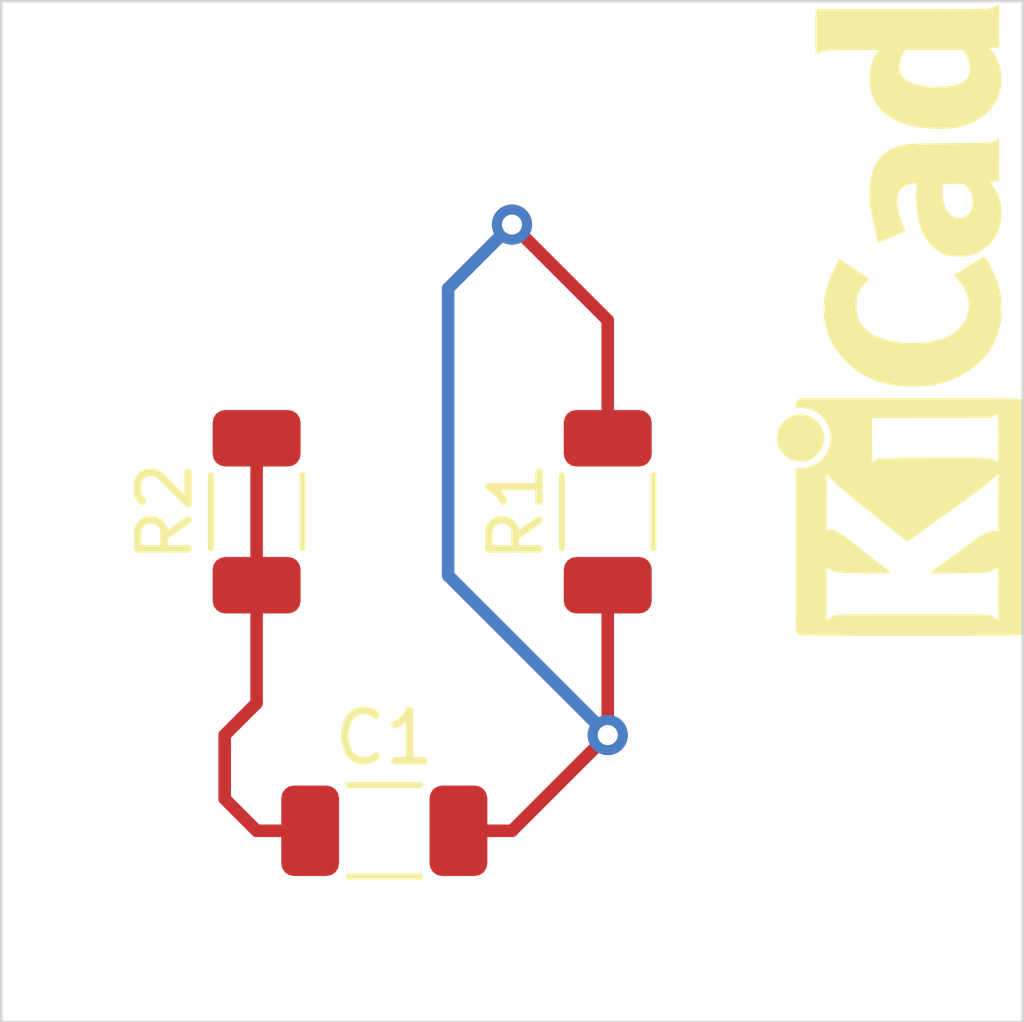
<source format=kicad_pcb>
(kicad_pcb (version 20171130) (host pcbnew 5.1.5)

  (general
    (thickness 1.6)
    (drawings 6)
    (tracks 16)
    (zones 0)
    (modules 4)
    (nets 3)
  )

  (page A4)
  (title_block
    (title default)
    (date 2020-11-20)
    (rev v1)
    (company balena)
  )

  (layers
    (0 F.Cu signal)
    (31 B.Cu signal)
    (32 B.Adhes user)
    (33 F.Adhes user)
    (34 B.Paste user)
    (35 F.Paste user)
    (36 B.SilkS user)
    (37 F.SilkS user)
    (38 B.Mask user)
    (39 F.Mask user)
    (40 Dwgs.User user hide)
    (41 Cmts.User user hide)
    (42 Eco1.User user hide)
    (43 Eco2.User user hide)
    (44 Edge.Cuts user)
    (45 Margin user)
    (46 B.CrtYd user)
    (47 F.CrtYd user)
    (48 B.Fab user)
    (49 F.Fab user)
  )

  (setup
    (last_trace_width 0.25)
    (trace_clearance 0.2)
    (zone_clearance 0.508)
    (zone_45_only no)
    (trace_min 0.2)
    (via_size 0.8)
    (via_drill 0.4)
    (via_min_size 0.4)
    (via_min_drill 0.3)
    (uvia_size 0.3)
    (uvia_drill 0.1)
    (uvias_allowed no)
    (uvia_min_size 0.2)
    (uvia_min_drill 0.1)
    (edge_width 0.05)
    (segment_width 0.2)
    (pcb_text_width 0.3)
    (pcb_text_size 1.5 1.5)
    (mod_edge_width 0.12)
    (mod_text_size 1 1)
    (mod_text_width 0.15)
    (pad_size 1.524 1.524)
    (pad_drill 0.762)
    (pad_to_mask_clearance 0.051)
    (solder_mask_min_width 0.25)
    (aux_axis_origin 0 0)
    (visible_elements FFFFFF7F)
    (pcbplotparams
      (layerselection 0x010fc_ffffffff)
      (usegerberextensions false)
      (usegerberattributes false)
      (usegerberadvancedattributes false)
      (creategerberjobfile false)
      (excludeedgelayer true)
      (linewidth 0.100000)
      (plotframeref false)
      (viasonmask false)
      (mode 1)
      (useauxorigin false)
      (hpglpennumber 1)
      (hpglpenspeed 20)
      (hpglpendiameter 15.000000)
      (psnegative false)
      (psa4output false)
      (plotreference true)
      (plotvalue true)
      (plotinvisibletext false)
      (padsonsilk false)
      (subtractmaskfromsilk false)
      (outputformat 1)
      (mirror false)
      (drillshape 1)
      (scaleselection 1)
      (outputdirectory ""))
  )

  (net 0 "")
  (net 1 "Net-(C1-Pad2)")
  (net 2 "Net-(C1-Pad1)")

  (net_class Default "This is the default net class."
    (clearance 0.2)
    (trace_width 0.25)
    (via_dia 0.8)
    (via_drill 0.4)
    (uvia_dia 0.3)
    (uvia_drill 0.1)
    (add_net "Net-(C1-Pad1)")
    (add_net "Net-(C1-Pad2)")
  )

  (module Capacitor_SMD:C_1206_3216Metric (layer F.Cu) (tedit 5F68FEEE) (tstamp 5FA4B929)
    (at 127 105.41)
    (descr "Capacitor SMD 1206 (3216 Metric), square (rectangular) end terminal, IPC_7351 nominal, (Body size source: IPC-SM-782 page 76, https://www.pcb-3d.com/wordpress/wp-content/uploads/ipc-sm-782a_amendment_1_and_2.pdf), generated with kicad-footprint-generator")
    (tags capacitor)
    (path /5FA45E53)
    (attr smd)
    (fp_text reference C1 (at 0 -1.85) (layer F.SilkS)
      (effects (font (size 1 1) (thickness 0.15)))
    )
    (fp_text value C (at 0 1.85) (layer F.Fab)
      (effects (font (size 1 1) (thickness 0.15)))
    )
    (fp_text user %R (at 0 0) (layer F.Fab)
      (effects (font (size 0.8 0.8) (thickness 0.12)))
    )
    (fp_line (start 2.3 1.15) (end -2.3 1.15) (layer F.CrtYd) (width 0.05))
    (fp_line (start 2.3 -1.15) (end 2.3 1.15) (layer F.CrtYd) (width 0.05))
    (fp_line (start -2.3 -1.15) (end 2.3 -1.15) (layer F.CrtYd) (width 0.05))
    (fp_line (start -2.3 1.15) (end -2.3 -1.15) (layer F.CrtYd) (width 0.05))
    (fp_line (start -0.711252 0.91) (end 0.711252 0.91) (layer F.SilkS) (width 0.12))
    (fp_line (start -0.711252 -0.91) (end 0.711252 -0.91) (layer F.SilkS) (width 0.12))
    (fp_line (start 1.6 0.8) (end -1.6 0.8) (layer F.Fab) (width 0.1))
    (fp_line (start 1.6 -0.8) (end 1.6 0.8) (layer F.Fab) (width 0.1))
    (fp_line (start -1.6 -0.8) (end 1.6 -0.8) (layer F.Fab) (width 0.1))
    (fp_line (start -1.6 0.8) (end -1.6 -0.8) (layer F.Fab) (width 0.1))
    (pad 2 smd roundrect (at 1.475 0) (size 1.15 1.8) (layers F.Cu F.Paste F.Mask) (roundrect_rratio 0.217391)
      (net 1 "Net-(C1-Pad2)"))
    (pad 1 smd roundrect (at -1.475 0) (size 1.15 1.8) (layers F.Cu F.Paste F.Mask) (roundrect_rratio 0.217391)
      (net 2 "Net-(C1-Pad1)"))
    (model ${KISYS3DMOD}/Capacitor_SMD.3dshapes/C_1206_3216Metric.wrl
      (at (xyz 0 0 0))
      (scale (xyz 1 1 1))
      (rotate (xyz 0 0 0))
    )
  )

  (module Resistor_SMD:R_1206_3216Metric (layer F.Cu) (tedit 5F68FEEE) (tstamp 5FA4419A)
    (at 124.46 99.06 90)
    (descr "Resistor SMD 1206 (3216 Metric), square (rectangular) end terminal, IPC_7351 nominal, (Body size source: IPC-SM-782 page 72, https://www.pcb-3d.com/wordpress/wp-content/uploads/ipc-sm-782a_amendment_1_and_2.pdf), generated with kicad-footprint-generator")
    (tags resistor)
    (path /5FA43E0A)
    (attr smd)
    (fp_text reference R2 (at 0 -1.82 90) (layer F.SilkS)
      (effects (font (size 1 1) (thickness 0.15)))
    )
    (fp_text value 100 (at 0 1.82 90) (layer F.Fab)
      (effects (font (size 1 1) (thickness 0.15)))
    )
    (fp_text user %R (at 0 0 90) (layer F.Fab)
      (effects (font (size 0.8 0.8) (thickness 0.12)))
    )
    (fp_line (start 2.28 1.12) (end -2.28 1.12) (layer F.CrtYd) (width 0.05))
    (fp_line (start 2.28 -1.12) (end 2.28 1.12) (layer F.CrtYd) (width 0.05))
    (fp_line (start -2.28 -1.12) (end 2.28 -1.12) (layer F.CrtYd) (width 0.05))
    (fp_line (start -2.28 1.12) (end -2.28 -1.12) (layer F.CrtYd) (width 0.05))
    (fp_line (start -0.727064 0.91) (end 0.727064 0.91) (layer F.SilkS) (width 0.12))
    (fp_line (start -0.727064 -0.91) (end 0.727064 -0.91) (layer F.SilkS) (width 0.12))
    (fp_line (start 1.6 0.8) (end -1.6 0.8) (layer F.Fab) (width 0.1))
    (fp_line (start 1.6 -0.8) (end 1.6 0.8) (layer F.Fab) (width 0.1))
    (fp_line (start -1.6 -0.8) (end 1.6 -0.8) (layer F.Fab) (width 0.1))
    (fp_line (start -1.6 0.8) (end -1.6 -0.8) (layer F.Fab) (width 0.1))
    (pad 2 smd roundrect (at 1.4625 0 90) (size 1.125 1.75) (layers F.Cu F.Paste F.Mask) (roundrect_rratio 0.222222)
      (net 2 "Net-(C1-Pad1)"))
    (pad 1 smd roundrect (at -1.4625 0 90) (size 1.125 1.75) (layers F.Cu F.Paste F.Mask) (roundrect_rratio 0.222222)
      (net 2 "Net-(C1-Pad1)"))
    (model ${KISYS3DMOD}/Resistor_SMD.3dshapes/R_1206_3216Metric.wrl
      (at (xyz 0 0 0))
      (scale (xyz 1 1 1))
      (rotate (xyz 0 0 0))
    )
  )

  (module Resistor_SMD:R_1206_3216Metric (layer F.Cu) (tedit 5F68FEEE) (tstamp 5F934D93)
    (at 131.445 99.06 90)
    (descr "Resistor SMD 1206 (3216 Metric), square (rectangular) end terminal, IPC_7351 nominal, (Body size source: IPC-SM-782 page 72, https://www.pcb-3d.com/wordpress/wp-content/uploads/ipc-sm-782a_amendment_1_and_2.pdf), generated with kicad-footprint-generator")
    (tags resistor)
    (path /5F92FCC2)
    (attr smd)
    (fp_text reference R1 (at 0 -1.82 90) (layer F.SilkS)
      (effects (font (size 1 1) (thickness 0.15)))
    )
    (fp_text value 100 (at 0 1.82 90) (layer F.Fab)
      (effects (font (size 1 1) (thickness 0.15)))
    )
    (fp_text user %R (at 0 0 90) (layer F.Fab)
      (effects (font (size 0.8 0.8) (thickness 0.12)))
    )
    (fp_line (start 2.28 1.12) (end -2.28 1.12) (layer F.CrtYd) (width 0.05))
    (fp_line (start 2.28 -1.12) (end 2.28 1.12) (layer F.CrtYd) (width 0.05))
    (fp_line (start -2.28 -1.12) (end 2.28 -1.12) (layer F.CrtYd) (width 0.05))
    (fp_line (start -2.28 1.12) (end -2.28 -1.12) (layer F.CrtYd) (width 0.05))
    (fp_line (start -0.727064 0.91) (end 0.727064 0.91) (layer F.SilkS) (width 0.12))
    (fp_line (start -0.727064 -0.91) (end 0.727064 -0.91) (layer F.SilkS) (width 0.12))
    (fp_line (start 1.6 0.8) (end -1.6 0.8) (layer F.Fab) (width 0.1))
    (fp_line (start 1.6 -0.8) (end 1.6 0.8) (layer F.Fab) (width 0.1))
    (fp_line (start -1.6 -0.8) (end 1.6 -0.8) (layer F.Fab) (width 0.1))
    (fp_line (start -1.6 0.8) (end -1.6 -0.8) (layer F.Fab) (width 0.1))
    (pad 2 smd roundrect (at 1.4625 0 90) (size 1.125 1.75) (layers F.Cu F.Paste F.Mask) (roundrect_rratio 0.222222)
      (net 1 "Net-(C1-Pad2)"))
    (pad 1 smd roundrect (at -1.4625 0 90) (size 1.125 1.75) (layers F.Cu F.Paste F.Mask) (roundrect_rratio 0.222222)
      (net 1 "Net-(C1-Pad2)"))
    (model ${KISYS3DMOD}/Resistor_SMD.3dshapes/R_1206_3216Metric.wrl
      (at (xyz 0 0 0))
      (scale (xyz 1 1 1))
      (rotate (xyz 0 0 0))
    )
  )

  (module Symbol:KiCad-Logo_5mm_SilkScreen (layer F.Cu) (tedit 0) (tstamp 5FA4A07E)
    (at 137.795 95.25 90)
    (descr "KiCad Logo")
    (tags "Logo KiCad")
    (path /5FA45422)
    (attr virtual)
    (fp_text reference LOGO1 (at 0 -5.08 90) (layer F.SilkS) hide
      (effects (font (size 1 1) (thickness 0.15)))
    )
    (fp_text value Logo_Open_Hardware_Large (at 0 3.81 90) (layer F.Fab) hide
      (effects (font (size 1 1) (thickness 0.15)))
    )
    (fp_poly (pts (xy -2.273043 -2.973429) (xy -2.176768 -2.949191) (xy -2.090184 -2.906359) (xy -2.015373 -2.846581)
      (xy -1.954418 -2.771506) (xy -1.909399 -2.68278) (xy -1.883136 -2.58647) (xy -1.877286 -2.489205)
      (xy -1.89214 -2.395346) (xy -1.92584 -2.307489) (xy -1.976528 -2.22823) (xy -2.042345 -2.160164)
      (xy -2.121434 -2.105888) (xy -2.211934 -2.067998) (xy -2.2632 -2.055574) (xy -2.307698 -2.048053)
      (xy -2.341999 -2.045081) (xy -2.37496 -2.046906) (xy -2.415434 -2.053775) (xy -2.448531 -2.06075)
      (xy -2.541947 -2.092259) (xy -2.625619 -2.143383) (xy -2.697665 -2.212571) (xy -2.7562 -2.298272)
      (xy -2.770148 -2.325511) (xy -2.786586 -2.361878) (xy -2.796894 -2.392418) (xy -2.80246 -2.42455)
      (xy -2.804669 -2.465693) (xy -2.804948 -2.511778) (xy -2.800861 -2.596135) (xy -2.787446 -2.665414)
      (xy -2.762256 -2.726039) (xy -2.722846 -2.784433) (xy -2.684298 -2.828698) (xy -2.612406 -2.894516)
      (xy -2.537313 -2.939947) (xy -2.454562 -2.96715) (xy -2.376928 -2.977424) (xy -2.273043 -2.973429)) (layer F.SilkS) (width 0.01))
    (fp_poly (pts (xy 6.186507 -0.527755) (xy 6.186526 -0.293338) (xy 6.186552 -0.080397) (xy 6.186625 0.112168)
      (xy 6.186782 0.285459) (xy 6.187064 0.440576) (xy 6.187509 0.57862) (xy 6.188156 0.700692)
      (xy 6.189045 0.807894) (xy 6.190213 0.901326) (xy 6.191701 0.98209) (xy 6.193546 1.051286)
      (xy 6.195789 1.110015) (xy 6.198469 1.159379) (xy 6.201623 1.200478) (xy 6.205292 1.234413)
      (xy 6.209513 1.262286) (xy 6.214327 1.285198) (xy 6.219773 1.304249) (xy 6.225888 1.32054)
      (xy 6.232712 1.335173) (xy 6.240285 1.349249) (xy 6.248645 1.363868) (xy 6.253839 1.372974)
      (xy 6.288104 1.433689) (xy 5.429955 1.433689) (xy 5.429955 1.337733) (xy 5.429224 1.29437)
      (xy 5.427272 1.261205) (xy 5.424463 1.243424) (xy 5.423221 1.241778) (xy 5.411799 1.248662)
      (xy 5.389084 1.266505) (xy 5.366385 1.285879) (xy 5.3118 1.326614) (xy 5.242321 1.367617)
      (xy 5.16527 1.405123) (xy 5.087965 1.435364) (xy 5.057113 1.445012) (xy 4.988616 1.459578)
      (xy 4.905764 1.469539) (xy 4.816371 1.474583) (xy 4.728248 1.474396) (xy 4.649207 1.468666)
      (xy 4.611511 1.462858) (xy 4.473414 1.424797) (xy 4.346113 1.367073) (xy 4.230292 1.290211)
      (xy 4.126637 1.194739) (xy 4.035833 1.081179) (xy 3.969031 0.970381) (xy 3.914164 0.853625)
      (xy 3.872163 0.734276) (xy 3.842167 0.608283) (xy 3.823311 0.471594) (xy 3.814732 0.320158)
      (xy 3.814006 0.242711) (xy 3.8161 0.185934) (xy 4.645217 0.185934) (xy 4.645424 0.279002)
      (xy 4.648337 0.366692) (xy 4.654 0.443772) (xy 4.662455 0.505009) (xy 4.665038 0.51735)
      (xy 4.69684 0.624633) (xy 4.738498 0.711658) (xy 4.790363 0.778642) (xy 4.852781 0.825805)
      (xy 4.9261 0.853365) (xy 5.010669 0.861541) (xy 5.106835 0.850551) (xy 5.170311 0.834829)
      (xy 5.219454 0.816639) (xy 5.273583 0.790791) (xy 5.314244 0.767089) (xy 5.3848 0.720721)
      (xy 5.3848 -0.42947) (xy 5.317392 -0.473038) (xy 5.238867 -0.51396) (xy 5.154681 -0.540611)
      (xy 5.069557 -0.552535) (xy 4.988216 -0.549278) (xy 4.91538 -0.530385) (xy 4.883426 -0.514816)
      (xy 4.825501 -0.471819) (xy 4.776544 -0.415047) (xy 4.73539 -0.342425) (xy 4.700874 -0.251879)
      (xy 4.671833 -0.141334) (xy 4.670552 -0.135467) (xy 4.660381 -0.073212) (xy 4.652739 0.004594)
      (xy 4.64767 0.09272) (xy 4.645217 0.185934) (xy 3.8161 0.185934) (xy 3.821857 0.029895)
      (xy 3.843802 -0.165941) (xy 3.879786 -0.344668) (xy 3.929759 -0.506155) (xy 3.993668 -0.650274)
      (xy 4.071462 -0.776894) (xy 4.163089 -0.885885) (xy 4.268497 -0.977117) (xy 4.313662 -1.008068)
      (xy 4.414611 -1.064215) (xy 4.517901 -1.103826) (xy 4.627989 -1.127986) (xy 4.74933 -1.137781)
      (xy 4.841836 -1.136735) (xy 4.97149 -1.125769) (xy 5.084084 -1.103954) (xy 5.182875 -1.070286)
      (xy 5.271121 -1.023764) (xy 5.319986 -0.989552) (xy 5.349353 -0.967638) (xy 5.371043 -0.952667)
      (xy 5.379253 -0.948267) (xy 5.380868 -0.959096) (xy 5.382159 -0.989749) (xy 5.383138 -1.037474)
      (xy 5.383817 -1.099521) (xy 5.38421 -1.173138) (xy 5.38433 -1.255573) (xy 5.384188 -1.344075)
      (xy 5.383797 -1.435893) (xy 5.383171 -1.528276) (xy 5.38232 -1.618472) (xy 5.38126 -1.703729)
      (xy 5.380001 -1.781297) (xy 5.378556 -1.848424) (xy 5.376938 -1.902359) (xy 5.375161 -1.94035)
      (xy 5.374669 -1.947333) (xy 5.367092 -2.017749) (xy 5.355531 -2.072898) (xy 5.337792 -2.120019)
      (xy 5.311682 -2.166353) (xy 5.305415 -2.175933) (xy 5.280983 -2.212622) (xy 6.186311 -2.212622)
      (xy 6.186507 -0.527755)) (layer F.SilkS) (width 0.01))
    (fp_poly (pts (xy 2.673574 -1.133448) (xy 2.825492 -1.113433) (xy 2.960756 -1.079798) (xy 3.080239 -1.032275)
      (xy 3.184815 -0.970595) (xy 3.262424 -0.907035) (xy 3.331265 -0.832901) (xy 3.385006 -0.753129)
      (xy 3.42791 -0.660909) (xy 3.443384 -0.617839) (xy 3.456244 -0.578858) (xy 3.467446 -0.542711)
      (xy 3.47712 -0.507566) (xy 3.485396 -0.47159) (xy 3.492403 -0.43295) (xy 3.498272 -0.389815)
      (xy 3.503131 -0.340351) (xy 3.50711 -0.282727) (xy 3.51034 -0.215109) (xy 3.512949 -0.135666)
      (xy 3.515067 -0.042564) (xy 3.516824 0.066027) (xy 3.518349 0.191942) (xy 3.519772 0.337012)
      (xy 3.521025 0.479778) (xy 3.522351 0.635968) (xy 3.523556 0.771239) (xy 3.524766 0.887246)
      (xy 3.526106 0.985645) (xy 3.5277 1.068093) (xy 3.529675 1.136246) (xy 3.532156 1.19176)
      (xy 3.535269 1.236292) (xy 3.539138 1.271498) (xy 3.543889 1.299034) (xy 3.549648 1.320556)
      (xy 3.556539 1.337722) (xy 3.564689 1.352186) (xy 3.574223 1.365606) (xy 3.585266 1.379638)
      (xy 3.589566 1.385071) (xy 3.605386 1.40791) (xy 3.612422 1.423463) (xy 3.612444 1.423922)
      (xy 3.601567 1.426121) (xy 3.570582 1.428147) (xy 3.521957 1.429942) (xy 3.458163 1.431451)
      (xy 3.381669 1.432616) (xy 3.294944 1.43338) (xy 3.200457 1.433686) (xy 3.18955 1.433689)
      (xy 2.766657 1.433689) (xy 2.763395 1.337622) (xy 2.760133 1.241556) (xy 2.698044 1.292543)
      (xy 2.600714 1.360057) (xy 2.490813 1.414749) (xy 2.404349 1.444978) (xy 2.335278 1.459666)
      (xy 2.251925 1.469659) (xy 2.162159 1.474646) (xy 2.073845 1.474313) (xy 1.994851 1.468351)
      (xy 1.958622 1.462638) (xy 1.818603 1.424776) (xy 1.692178 1.369932) (xy 1.58026 1.298924)
      (xy 1.483762 1.212568) (xy 1.4036 1.111679) (xy 1.340687 0.997076) (xy 1.296312 0.870984)
      (xy 1.283978 0.814401) (xy 1.276368 0.752202) (xy 1.272739 0.677363) (xy 1.272245 0.643467)
      (xy 1.27231 0.640282) (xy 2.032248 0.640282) (xy 2.041541 0.715333) (xy 2.069728 0.77916)
      (xy 2.118197 0.834798) (xy 2.123254 0.839211) (xy 2.171548 0.874037) (xy 2.223257 0.89662)
      (xy 2.283989 0.90854) (xy 2.359352 0.911383) (xy 2.377459 0.910978) (xy 2.431278 0.908325)
      (xy 2.471308 0.902909) (xy 2.506324 0.892745) (xy 2.545103 0.87585) (xy 2.555745 0.870672)
      (xy 2.616396 0.834844) (xy 2.663215 0.792212) (xy 2.675952 0.776973) (xy 2.720622 0.720462)
      (xy 2.720622 0.524586) (xy 2.720086 0.445939) (xy 2.718396 0.387988) (xy 2.715428 0.348875)
      (xy 2.711057 0.326741) (xy 2.706972 0.320274) (xy 2.691047 0.317111) (xy 2.657264 0.314488)
      (xy 2.61034 0.312655) (xy 2.554993 0.311857) (xy 2.546106 0.311842) (xy 2.42533 0.317096)
      (xy 2.32266 0.333263) (xy 2.236106 0.360961) (xy 2.163681 0.400808) (xy 2.108751 0.447758)
      (xy 2.064204 0.505645) (xy 2.03948 0.568693) (xy 2.032248 0.640282) (xy 1.27231 0.640282)
      (xy 1.274178 0.549712) (xy 1.282522 0.470812) (xy 1.298768 0.39959) (xy 1.324405 0.328864)
      (xy 1.348401 0.276493) (xy 1.40702 0.181196) (xy 1.485117 0.09317) (xy 1.580315 0.014017)
      (xy 1.690238 -0.05466) (xy 1.81251 -0.111259) (xy 1.944755 -0.154179) (xy 2.009422 -0.169118)
      (xy 2.145604 -0.191223) (xy 2.294049 -0.205806) (xy 2.445505 -0.212187) (xy 2.572064 -0.210555)
      (xy 2.73395 -0.203776) (xy 2.72653 -0.262755) (xy 2.707238 -0.361908) (xy 2.676104 -0.442628)
      (xy 2.632269 -0.505534) (xy 2.574871 -0.551244) (xy 2.503048 -0.580378) (xy 2.415941 -0.593553)
      (xy 2.312686 -0.591389) (xy 2.274711 -0.587388) (xy 2.13352 -0.56222) (xy 1.996707 -0.521186)
      (xy 1.902178 -0.483185) (xy 1.857018 -0.46381) (xy 1.818585 -0.44824) (xy 1.792234 -0.438595)
      (xy 1.784546 -0.436548) (xy 1.774802 -0.445626) (xy 1.758083 -0.474595) (xy 1.734232 -0.523783)
      (xy 1.703093 -0.593516) (xy 1.664507 -0.684121) (xy 1.65791 -0.699911) (xy 1.627853 -0.772228)
      (xy 1.600874 -0.837575) (xy 1.578136 -0.893094) (xy 1.560806 -0.935928) (xy 1.550048 -0.963219)
      (xy 1.546941 -0.972058) (xy 1.55694 -0.976813) (xy 1.583217 -0.98209) (xy 1.611489 -0.985769)
      (xy 1.641646 -0.990526) (xy 1.689433 -0.999972) (xy 1.750612 -1.01318) (xy 1.820946 -1.029224)
      (xy 1.896194 -1.04718) (xy 1.924755 -1.054203) (xy 2.029816 -1.079791) (xy 2.11748 -1.099853)
      (xy 2.192068 -1.115031) (xy 2.257903 -1.125965) (xy 2.319307 -1.133296) (xy 2.380602 -1.137665)
      (xy 2.44611 -1.139713) (xy 2.504128 -1.140111) (xy 2.673574 -1.133448)) (layer F.SilkS) (width 0.01))
    (fp_poly (pts (xy 0.328429 -2.050929) (xy 0.48857 -2.029755) (xy 0.65251 -1.989615) (xy 0.822313 -1.930111)
      (xy 1.000043 -1.850846) (xy 1.01131 -1.845301) (xy 1.069005 -1.817275) (xy 1.120552 -1.793198)
      (xy 1.162191 -1.774751) (xy 1.190162 -1.763614) (xy 1.199733 -1.761067) (xy 1.21895 -1.756059)
      (xy 1.223561 -1.751853) (xy 1.218458 -1.74142) (xy 1.202418 -1.715132) (xy 1.177288 -1.675743)
      (xy 1.144914 -1.626009) (xy 1.107143 -1.568685) (xy 1.065822 -1.506524) (xy 1.022798 -1.442282)
      (xy 0.979917 -1.378715) (xy 0.939026 -1.318575) (xy 0.901971 -1.26462) (xy 0.8706 -1.219603)
      (xy 0.846759 -1.186279) (xy 0.832294 -1.167403) (xy 0.830309 -1.165213) (xy 0.820191 -1.169862)
      (xy 0.79785 -1.187038) (xy 0.76728 -1.21356) (xy 0.751536 -1.228036) (xy 0.655047 -1.303318)
      (xy 0.548336 -1.358759) (xy 0.432832 -1.393859) (xy 0.309962 -1.40812) (xy 0.240561 -1.406949)
      (xy 0.119423 -1.389788) (xy 0.010205 -1.353906) (xy -0.087418 -1.299041) (xy -0.173772 -1.22493)
      (xy -0.249185 -1.131312) (xy -0.313982 -1.017924) (xy -0.351399 -0.931333) (xy -0.395252 -0.795634)
      (xy -0.427572 -0.64815) (xy -0.448443 -0.492686) (xy -0.457949 -0.333044) (xy -0.456173 -0.173027)
      (xy -0.443197 -0.016439) (xy -0.419106 0.132918) (xy -0.383982 0.27124) (xy -0.337908 0.394724)
      (xy -0.321627 0.428978) (xy -0.25338 0.543064) (xy -0.172921 0.639557) (xy -0.08143 0.71767)
      (xy 0.019911 0.776617) (xy 0.12992 0.815612) (xy 0.247415 0.833868) (xy 0.288883 0.835211)
      (xy 0.410441 0.82429) (xy 0.530878 0.791474) (xy 0.648666 0.737439) (xy 0.762277 0.662865)
      (xy 0.853685 0.584539) (xy 0.900215 0.540008) (xy 1.081483 0.837271) (xy 1.12658 0.911433)
      (xy 1.167819 0.979646) (xy 1.203735 1.039459) (xy 1.232866 1.08842) (xy 1.25375 1.124079)
      (xy 1.264924 1.143984) (xy 1.266375 1.147079) (xy 1.258146 1.156718) (xy 1.232567 1.173999)
      (xy 1.192873 1.197283) (xy 1.142297 1.224934) (xy 1.084074 1.255315) (xy 1.021437 1.28679)
      (xy 0.957621 1.317722) (xy 0.89586 1.346473) (xy 0.839388 1.371408) (xy 0.791438 1.390889)
      (xy 0.767986 1.399318) (xy 0.634221 1.437133) (xy 0.496327 1.462136) (xy 0.348622 1.47514)
      (xy 0.221833 1.477468) (xy 0.153878 1.476373) (xy 0.088277 1.474275) (xy 0.030847 1.471434)
      (xy -0.012597 1.468106) (xy -0.026702 1.466422) (xy -0.165716 1.437587) (xy -0.307243 1.392468)
      (xy -0.444725 1.33375) (xy -0.571606 1.26412) (xy -0.649111 1.211441) (xy -0.776519 1.103239)
      (xy -0.894822 0.976671) (xy -1.001828 0.834866) (xy -1.095348 0.680951) (xy -1.17319 0.518053)
      (xy -1.217044 0.400756) (xy -1.267292 0.217128) (xy -1.300791 0.022581) (xy -1.317551 -0.178675)
      (xy -1.317584 -0.382432) (xy -1.300899 -0.584479) (xy -1.267507 -0.780608) (xy -1.21742 -0.966609)
      (xy -1.213603 -0.978197) (xy -1.150719 -1.14025) (xy -1.073972 -1.288168) (xy -0.980758 -1.426135)
      (xy -0.868473 -1.558339) (xy -0.824608 -1.603601) (xy -0.688466 -1.727543) (xy -0.548509 -1.830085)
      (xy -0.402589 -1.912344) (xy -0.248558 -1.975436) (xy -0.084268 -2.020477) (xy 0.011289 -2.037967)
      (xy 0.170023 -2.053534) (xy 0.328429 -2.050929)) (layer F.SilkS) (width 0.01))
    (fp_poly (pts (xy -2.9464 -2.510946) (xy -2.935535 -2.397007) (xy -2.903918 -2.289384) (xy -2.853015 -2.190385)
      (xy -2.784293 -2.102316) (xy -2.699219 -2.027484) (xy -2.602232 -1.969616) (xy -2.495964 -1.929995)
      (xy -2.38895 -1.911427) (xy -2.2833 -1.912566) (xy -2.181125 -1.93207) (xy -2.084534 -1.968594)
      (xy -1.995638 -2.020795) (xy -1.916546 -2.087327) (xy -1.849369 -2.166848) (xy -1.796217 -2.258013)
      (xy -1.759199 -2.359477) (xy -1.740427 -2.469898) (xy -1.738489 -2.519794) (xy -1.738489 -2.607733)
      (xy -1.68656 -2.607733) (xy -1.650253 -2.604889) (xy -1.623355 -2.593089) (xy -1.596249 -2.569351)
      (xy -1.557867 -2.530969) (xy -1.557867 -0.339398) (xy -1.557876 -0.077261) (xy -1.557908 0.163241)
      (xy -1.557972 0.383048) (xy -1.558076 0.583101) (xy -1.558227 0.764344) (xy -1.558434 0.927716)
      (xy -1.558706 1.07416) (xy -1.55905 1.204617) (xy -1.559474 1.320029) (xy -1.559987 1.421338)
      (xy -1.560597 1.509484) (xy -1.561312 1.58541) (xy -1.56214 1.650057) (xy -1.563089 1.704367)
      (xy -1.564167 1.74928) (xy -1.565383 1.78574) (xy -1.566745 1.814687) (xy -1.568261 1.837063)
      (xy -1.569938 1.853809) (xy -1.571786 1.865868) (xy -1.573813 1.87418) (xy -1.576025 1.879687)
      (xy -1.577108 1.881537) (xy -1.581271 1.888549) (xy -1.584805 1.894996) (xy -1.588635 1.9009)
      (xy -1.593682 1.906286) (xy -1.600871 1.911178) (xy -1.611123 1.915598) (xy -1.625364 1.919572)
      (xy -1.644514 1.923121) (xy -1.669499 1.92627) (xy -1.70124 1.929042) (xy -1.740662 1.931461)
      (xy -1.788686 1.933551) (xy -1.846237 1.935335) (xy -1.914237 1.936837) (xy -1.99361 1.93808)
      (xy -2.085279 1.939089) (xy -2.190166 1.939885) (xy -2.309196 1.940494) (xy -2.44329 1.940939)
      (xy -2.593373 1.941243) (xy -2.760367 1.94143) (xy -2.945196 1.941524) (xy -3.148783 1.941548)
      (xy -3.37205 1.941525) (xy -3.615922 1.94148) (xy -3.881321 1.941437) (xy -3.919704 1.941432)
      (xy -4.186682 1.941389) (xy -4.432002 1.941318) (xy -4.656583 1.941213) (xy -4.861345 1.941066)
      (xy -5.047206 1.940869) (xy -5.215088 1.940616) (xy -5.365908 1.9403) (xy -5.500587 1.939913)
      (xy -5.620044 1.939447) (xy -5.725199 1.938897) (xy -5.816971 1.938253) (xy -5.896279 1.937511)
      (xy -5.964043 1.936661) (xy -6.021182 1.935697) (xy -6.068617 1.934611) (xy -6.107266 1.933397)
      (xy -6.138049 1.932047) (xy -6.161885 1.930555) (xy -6.179694 1.928911) (xy -6.192395 1.927111)
      (xy -6.200908 1.925145) (xy -6.205266 1.923477) (xy -6.213728 1.919906) (xy -6.221497 1.91727)
      (xy -6.228602 1.914634) (xy -6.235073 1.911062) (xy -6.240939 1.905621) (xy -6.246229 1.897375)
      (xy -6.250974 1.88539) (xy -6.255202 1.868731) (xy -6.258943 1.846463) (xy -6.262227 1.817652)
      (xy -6.265083 1.781363) (xy -6.26754 1.736661) (xy -6.269629 1.682611) (xy -6.271378 1.618279)
      (xy -6.272817 1.54273) (xy -6.273976 1.45503) (xy -6.274883 1.354243) (xy -6.275569 1.239434)
      (xy -6.276063 1.10967) (xy -6.276395 0.964015) (xy -6.276593 0.801535) (xy -6.276687 0.621295)
      (xy -6.276708 0.42236) (xy -6.276685 0.203796) (xy -6.276646 -0.035332) (xy -6.276622 -0.29596)
      (xy -6.276622 -0.338111) (xy -6.276636 -0.601008) (xy -6.276661 -0.842268) (xy -6.276671 -1.062835)
      (xy -6.276642 -1.263648) (xy -6.276548 -1.445651) (xy -6.276362 -1.609784) (xy -6.276059 -1.756989)
      (xy -6.275614 -1.888208) (xy -6.275034 -1.998133) (xy -5.972197 -1.998133) (xy -5.932407 -1.940289)
      (xy -5.921236 -1.924521) (xy -5.911166 -1.910559) (xy -5.902138 -1.897216) (xy -5.894097 -1.883307)
      (xy -5.886986 -1.867644) (xy -5.880747 -1.849042) (xy -5.875325 -1.826314) (xy -5.870662 -1.798273)
      (xy -5.866701 -1.763733) (xy -5.863385 -1.721508) (xy -5.860659 -1.670411) (xy -5.858464 -1.609256)
      (xy -5.856745 -1.536856) (xy -5.855444 -1.452025) (xy -5.854505 -1.353578) (xy -5.85387 -1.240326)
      (xy -5.853484 -1.111084) (xy -5.853288 -0.964666) (xy -5.853227 -0.799884) (xy -5.853243 -0.615553)
      (xy -5.85328 -0.410487) (xy -5.853289 -0.287867) (xy -5.853265 -0.070918) (xy -5.853231 0.124642)
      (xy -5.853243 0.299999) (xy -5.853358 0.456341) (xy -5.85363 0.594857) (xy -5.854118 0.716734)
      (xy -5.854876 0.82316) (xy -5.855962 0.915322) (xy -5.857431 0.994409) (xy -5.85934 1.061608)
      (xy -5.861744 1.118107) (xy -5.864701 1.165093) (xy -5.868266 1.203755) (xy -5.872495 1.23528)
      (xy -5.877446 1.260855) (xy -5.883173 1.28167) (xy -5.889733 1.298911) (xy -5.897183 1.313765)
      (xy -5.905579 1.327422) (xy -5.914976 1.341069) (xy -5.925432 1.355893) (xy -5.931523 1.364783)
      (xy -5.970296 1.4224) (xy -5.438732 1.4224) (xy -5.315483 1.422365) (xy -5.212987 1.422215)
      (xy -5.12942 1.421878) (xy -5.062956 1.421286) (xy -5.011771 1.420367) (xy -4.974041 1.419051)
      (xy -4.94794 1.417269) (xy -4.931644 1.414951) (xy -4.923328 1.412026) (xy -4.921168 1.408424)
      (xy -4.923339 1.404075) (xy -4.924535 1.402645) (xy -4.949685 1.365573) (xy -4.975583 1.312772)
      (xy -4.999192 1.25077) (xy -5.007461 1.224357) (xy -5.012078 1.206416) (xy -5.015979 1.185355)
      (xy -5.019248 1.159089) (xy -5.021966 1.125532) (xy -5.024215 1.082599) (xy -5.026077 1.028204)
      (xy -5.027636 0.960262) (xy -5.028972 0.876688) (xy -5.030169 0.775395) (xy -5.031308 0.6543)
      (xy -5.031685 0.6096) (xy -5.032702 0.484449) (xy -5.03346 0.380082) (xy -5.033903 0.294707)
      (xy -5.03397 0.226533) (xy -5.033605 0.173765) (xy -5.032748 0.134614) (xy -5.031341 0.107285)
      (xy -5.029325 0.089986) (xy -5.026643 0.080926) (xy -5.023236 0.078312) (xy -5.019044 0.080351)
      (xy -5.014571 0.084667) (xy -5.004216 0.097602) (xy -4.982158 0.126676) (xy -4.949957 0.169759)
      (xy -4.909174 0.224718) (xy -4.86137 0.289423) (xy -4.808105 0.361742) (xy -4.75094 0.439544)
      (xy -4.691437 0.520698) (xy -4.631155 0.603072) (xy -4.571655 0.684536) (xy -4.514498 0.762957)
      (xy -4.461245 0.836204) (xy -4.413457 0.902147) (xy -4.372693 0.958654) (xy -4.340516 1.003593)
      (xy -4.318485 1.034834) (xy -4.313917 1.041466) (xy -4.290996 1.078369) (xy -4.264188 1.126359)
      (xy -4.238789 1.175897) (xy -4.235568 1.182577) (xy -4.21389 1.230772) (xy -4.201304 1.268334)
      (xy -4.195574 1.30416) (xy -4.194456 1.3462) (xy -4.19509 1.4224) (xy -3.040651 1.4224)
      (xy -3.131815 1.328669) (xy -3.178612 1.278775) (xy -3.228899 1.222295) (xy -3.274944 1.168026)
      (xy -3.295369 1.142673) (xy -3.325807 1.103128) (xy -3.365862 1.049916) (xy -3.414361 0.984667)
      (xy -3.470135 0.909011) (xy -3.532011 0.824577) (xy -3.598819 0.732994) (xy -3.669387 0.635892)
      (xy -3.742545 0.534901) (xy -3.817121 0.43165) (xy -3.891944 0.327768) (xy -3.965843 0.224885)
      (xy -4.037646 0.124631) (xy -4.106184 0.028636) (xy -4.170284 -0.061473) (xy -4.228775 -0.144064)
      (xy -4.280486 -0.217508) (xy -4.324247 -0.280176) (xy -4.358885 -0.330439) (xy -4.38323 -0.366666)
      (xy -4.396111 -0.387229) (xy -4.397869 -0.391332) (xy -4.38991 -0.402658) (xy -4.369115 -0.429838)
      (xy -4.336847 -0.471171) (xy -4.29447 -0.524956) (xy -4.243347 -0.589494) (xy -4.184841 -0.663082)
      (xy -4.120314 -0.744022) (xy -4.051131 -0.830612) (xy -3.978653 -0.921152) (xy -3.904246 -1.01394)
      (xy -3.844517 -1.088298) (xy -2.833511 -1.088298) (xy -2.827602 -1.075341) (xy -2.813272 -1.053092)
      (xy -2.812225 -1.051609) (xy -2.793438 -1.021456) (xy -2.773791 -0.984625) (xy -2.769892 -0.976489)
      (xy -2.766356 -0.96806) (xy -2.76323 -0.957941) (xy -2.760486 -0.94474) (xy -2.758092 -0.927062)
      (xy -2.756019 -0.903516) (xy -2.754235 -0.872707) (xy -2.752712 -0.833243) (xy -2.751419 -0.783731)
      (xy -2.750326 -0.722777) (xy -2.749403 -0.648989) (xy -2.748619 -0.560972) (xy -2.747945 -0.457335)
      (xy -2.74735 -0.336684) (xy -2.746805 -0.197626) (xy -2.746279 -0.038768) (xy -2.745745 0.140089)
      (xy -2.745206 0.325207) (xy -2.744772 0.489145) (xy -2.744509 0.633303) (xy -2.744484 0.759079)
      (xy -2.744765 0.867871) (xy -2.745419 0.961077) (xy -2.746514 1.040097) (xy -2.748118 1.106328)
      (xy -2.750297 1.16117) (xy -2.753119 1.206021) (xy -2.756651 1.242278) (xy -2.760961 1.271341)
      (xy -2.766117 1.294609) (xy -2.772185 1.313479) (xy -2.779233 1.329351) (xy -2.787329 1.343622)
      (xy -2.79654 1.357691) (xy -2.80504 1.370158) (xy -2.822176 1.396452) (xy -2.832322 1.414037)
      (xy -2.833511 1.417257) (xy -2.822604 1.418334) (xy -2.791411 1.419335) (xy -2.742223 1.420235)
      (xy -2.677333 1.42101) (xy -2.59903 1.421637) (xy -2.509607 1.422091) (xy -2.411356 1.422349)
      (xy -2.342445 1.4224) (xy -2.237452 1.42218) (xy -2.14061 1.421548) (xy -2.054107 1.420549)
      (xy -1.980132 1.419227) (xy -1.920874 1.417626) (xy -1.87852 1.415791) (xy -1.85526 1.413765)
      (xy -1.851378 1.412493) (xy -1.859076 1.397591) (xy -1.867074 1.38956) (xy -1.880246 1.372434)
      (xy -1.897485 1.342183) (xy -1.909407 1.317622) (xy -1.936045 1.258711) (xy -1.93912 0.081845)
      (xy -1.942195 -1.095022) (xy -2.387853 -1.095022) (xy -2.48567 -1.094858) (xy -2.576064 -1.094389)
      (xy -2.65663 -1.093653) (xy -2.724962 -1.092684) (xy -2.778656 -1.09152) (xy -2.815305 -1.090197)
      (xy -2.832504 -1.088751) (xy -2.833511 -1.088298) (xy -3.844517 -1.088298) (xy -3.82927 -1.107278)
      (xy -3.75509 -1.199463) (xy -3.683069 -1.288796) (xy -3.614569 -1.373576) (xy -3.550955 -1.452102)
      (xy -3.493588 -1.522674) (xy -3.443833 -1.583591) (xy -3.403052 -1.633153) (xy -3.385888 -1.653822)
      (xy -3.299596 -1.754484) (xy -3.222997 -1.837741) (xy -3.154183 -1.905562) (xy -3.091248 -1.959911)
      (xy -3.081867 -1.967278) (xy -3.042356 -1.997883) (xy -4.174116 -1.998133) (xy -4.168827 -1.950156)
      (xy -4.17213 -1.892812) (xy -4.193661 -1.824537) (xy -4.233635 -1.744788) (xy -4.278943 -1.672505)
      (xy -4.295161 -1.64986) (xy -4.323214 -1.612304) (xy -4.36143 -1.561979) (xy -4.408137 -1.501027)
      (xy -4.461661 -1.431589) (xy -4.520331 -1.355806) (xy -4.582475 -1.27582) (xy -4.646421 -1.193772)
      (xy -4.710495 -1.111804) (xy -4.773027 -1.032057) (xy -4.832343 -0.956673) (xy -4.886771 -0.887793)
      (xy -4.934639 -0.827558) (xy -4.974275 -0.778111) (xy -5.004006 -0.741592) (xy -5.022161 -0.720142)
      (xy -5.02522 -0.716844) (xy -5.028079 -0.724851) (xy -5.030293 -0.755145) (xy -5.031857 -0.807444)
      (xy -5.032767 -0.881469) (xy -5.03302 -0.976937) (xy -5.032613 -1.093566) (xy -5.031704 -1.213555)
      (xy -5.030382 -1.345667) (xy -5.028857 -1.457406) (xy -5.026881 -1.550975) (xy -5.024206 -1.628581)
      (xy -5.020582 -1.692426) (xy -5.015761 -1.744717) (xy -5.009494 -1.787656) (xy -5.001532 -1.823449)
      (xy -4.991627 -1.8543) (xy -4.979531 -1.882414) (xy -4.964993 -1.909995) (xy -4.950311 -1.935034)
      (xy -4.912314 -1.998133) (xy -5.972197 -1.998133) (xy -6.275034 -1.998133) (xy -6.275001 -2.004383)
      (xy -6.274195 -2.106456) (xy -6.27317 -2.195367) (xy -6.2719 -2.272059) (xy -6.27036 -2.337473)
      (xy -6.268524 -2.392551) (xy -6.266367 -2.438235) (xy -6.263863 -2.475466) (xy -6.260987 -2.505187)
      (xy -6.257713 -2.528338) (xy -6.254015 -2.545861) (xy -6.249869 -2.558699) (xy -6.245247 -2.567792)
      (xy -6.240126 -2.574082) (xy -6.234478 -2.578512) (xy -6.228279 -2.582022) (xy -6.221504 -2.585555)
      (xy -6.215508 -2.589124) (xy -6.210275 -2.5917) (xy -6.202099 -2.594028) (xy -6.189886 -2.596122)
      (xy -6.172541 -2.597993) (xy -6.148969 -2.599653) (xy -6.118077 -2.601116) (xy -6.078768 -2.602392)
      (xy -6.02995 -2.603496) (xy -5.970527 -2.604439) (xy -5.899404 -2.605233) (xy -5.815488 -2.605891)
      (xy -5.717683 -2.606425) (xy -5.604894 -2.606847) (xy -5.476029 -2.607171) (xy -5.329991 -2.607408)
      (xy -5.165686 -2.60757) (xy -4.98202 -2.60767) (xy -4.777897 -2.60772) (xy -4.566753 -2.607733)
      (xy -2.9464 -2.607733) (xy -2.9464 -2.510946)) (layer F.SilkS) (width 0.01))
  )

  (dimension 20.32 (width 0.15) (layer Dwgs.User)
    (gr_text "20,320 mm" (at 142.905 99.06 270) (layer Dwgs.User)
      (effects (font (size 1 1) (thickness 0.15)))
    )
    (feature1 (pts (xy 139.7 109.22) (xy 142.191421 109.22)))
    (feature2 (pts (xy 139.7 88.9) (xy 142.191421 88.9)))
    (crossbar (pts (xy 141.605 88.9) (xy 141.605 109.22)))
    (arrow1a (pts (xy 141.605 109.22) (xy 141.018579 108.093496)))
    (arrow1b (pts (xy 141.605 109.22) (xy 142.191421 108.093496)))
    (arrow2a (pts (xy 141.605 88.9) (xy 141.018579 90.026504)))
    (arrow2b (pts (xy 141.605 88.9) (xy 142.191421 90.026504)))
  )
  (dimension 20.32 (width 0.15) (layer Dwgs.User)
    (gr_text "20,320 mm" (at 129.54 85.695) (layer Dwgs.User)
      (effects (font (size 1 1) (thickness 0.15)))
    )
    (feature1 (pts (xy 119.38 88.9) (xy 119.38 86.408579)))
    (feature2 (pts (xy 139.7 88.9) (xy 139.7 86.408579)))
    (crossbar (pts (xy 139.7 86.995) (xy 119.38 86.995)))
    (arrow1a (pts (xy 119.38 86.995) (xy 120.506504 86.408579)))
    (arrow1b (pts (xy 119.38 86.995) (xy 120.506504 87.581421)))
    (arrow2a (pts (xy 139.7 86.995) (xy 138.573496 86.408579)))
    (arrow2b (pts (xy 139.7 86.995) (xy 138.573496 87.581421)))
  )
  (gr_line (start 139.7 109.22) (end 139.7 88.9) (layer Edge.Cuts) (width 0.05) (tstamp 5FA456CF))
  (gr_line (start 119.38 109.22) (end 139.7 109.22) (layer Edge.Cuts) (width 0.05))
  (gr_line (start 119.38 88.9) (end 119.38 109.22) (layer Edge.Cuts) (width 0.05))
  (gr_line (start 139.7 88.9) (end 119.38 88.9) (layer Edge.Cuts) (width 0.05))
  (gr_text "Fabrication Notes:\n- Length: 64.26mm\n- Width: 62.23mm\n- Num-Layers: 2\n- Material: FR-4\n- PCB-Thickness: 1.6mm\n- Min-Track/Spacing: 0.2mm\n- Min-Hole: 0.4mm\n- Solder-Mask: Green\n- Silkscreen: White\n- Surface-Finish: HASL\n- Copper-Thickness: 1oz" (at 167.259 78.993999) (layer "Cmts.User") (tstamp 60d02f1e-a58f-4b82-90ff-2ad452d20e22)
    (effects (font (size 2 2) (thickness 0.25)) (justify left))
  )

  (via (at 129.54 93.345) (size 0.8) (drill 0.4) (layers F.Cu B.Cu) (net 1))
  (segment (start 131.445 95.25) (end 129.54 93.345) (width 0.25) (layer F.Cu) (net 1))
  (segment (start 131.445 97.5975) (end 131.445 95.25) (width 0.25) (layer F.Cu) (net 1))
  (segment (start 129.54 93.345) (end 128.27 94.615) (width 0.25) (layer B.Cu) (net 1))
  (via (at 131.445 103.505) (size 0.8) (drill 0.4) (layers F.Cu B.Cu) (net 1))
  (segment (start 128.27 100.33) (end 131.445 103.505) (width 0.25) (layer B.Cu) (net 1))
  (segment (start 128.27 94.615) (end 128.27 100.33) (width 0.25) (layer B.Cu) (net 1))
  (segment (start 131.445 103.505) (end 131.445 100.33) (width 0.25) (layer F.Cu) (net 1))
  (segment (start 129.54 105.41) (end 131.445 103.505) (width 0.25) (layer F.Cu) (net 1))
  (segment (start 128.475 105.41) (end 129.54 105.41) (width 0.25) (layer F.Cu) (net 1))
  (segment (start 124.46 97.5975) (end 124.46 100.965) (width 0.25) (layer F.Cu) (net 2))
  (segment (start 124.46 100.5225) (end 124.46 102.87) (width 0.25) (layer F.Cu) (net 2))
  (segment (start 124.46 102.87) (end 123.825 103.505) (width 0.25) (layer F.Cu) (net 2))
  (segment (start 124.46 105.41) (end 125.73 105.41) (width 0.25) (layer F.Cu) (net 2))
  (segment (start 124.46 105.41) (end 123.825 104.775) (width 0.25) (layer F.Cu) (net 2))
  (segment (start 123.825 103.505) (end 123.825 104.775) (width 0.25) (layer F.Cu) (net 2))

)

</source>
